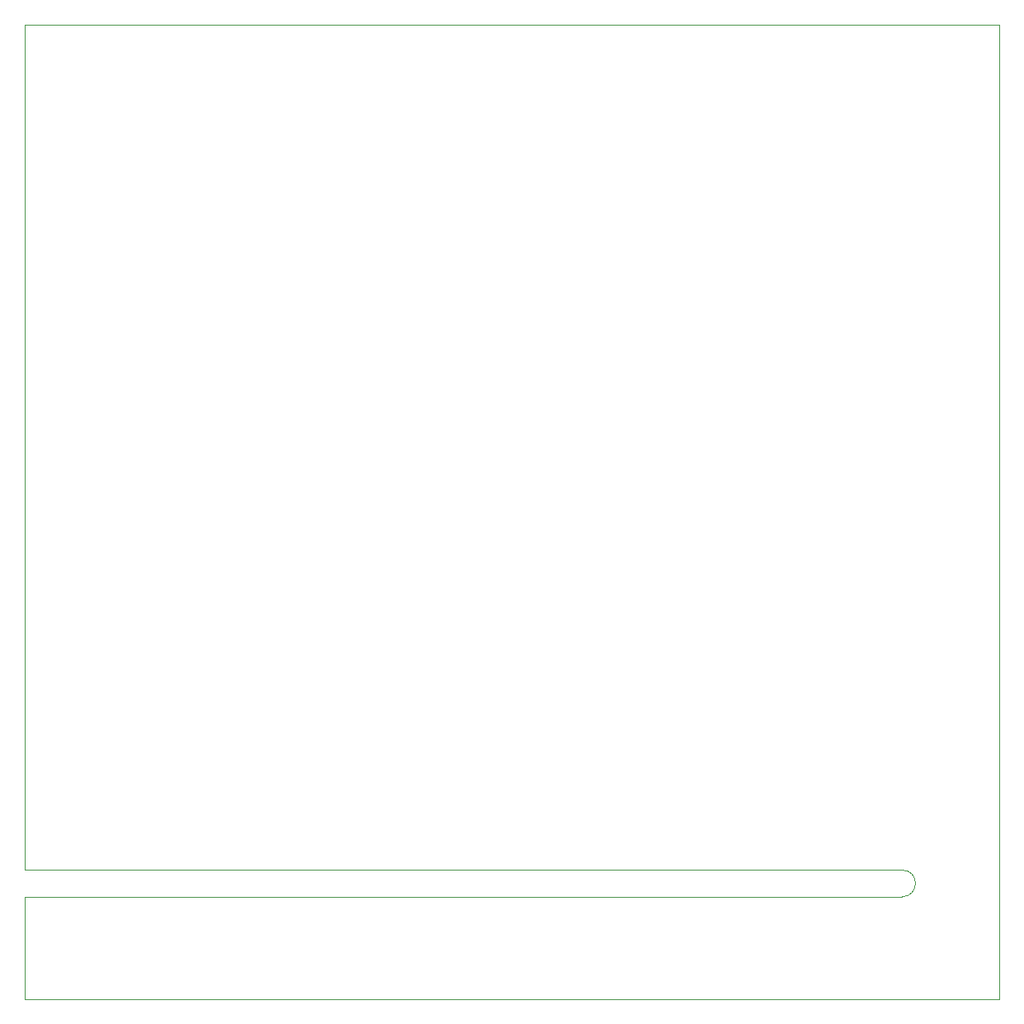
<source format=gbr>
%TF.GenerationSoftware,KiCad,Pcbnew,(6.0.4)*%
%TF.CreationDate,2022-12-15T09:53:27-05:00*%
%TF.ProjectId,HPheater,48506865-6174-4657-922e-6b696361645f,rev?*%
%TF.SameCoordinates,Original*%
%TF.FileFunction,Profile,NP*%
%FSLAX46Y46*%
G04 Gerber Fmt 4.6, Leading zero omitted, Abs format (unit mm)*
G04 Created by KiCad (PCBNEW (6.0.4)) date 2022-12-15 09:53:27*
%MOMM*%
%LPD*%
G01*
G04 APERTURE LIST*
%TA.AperFunction,Profile*%
%ADD10C,0.100000*%
%TD*%
G04 APERTURE END LIST*
D10*
X169000000Y-105750000D02*
X259000000Y-105750000D01*
X169000000Y-119000000D02*
X269000000Y-119000000D01*
X259000000Y-108500000D02*
G75*
G03*
X259000000Y-105750000I0J1375000D01*
G01*
X169000000Y-19000000D02*
X169000000Y-105750000D01*
X269000000Y-19000000D02*
X169000000Y-19000000D01*
X269000000Y-119000000D02*
X269000000Y-19000000D01*
X259000000Y-108500000D02*
X169000000Y-108500000D01*
X169000000Y-108500000D02*
X169000000Y-119000000D01*
M02*

</source>
